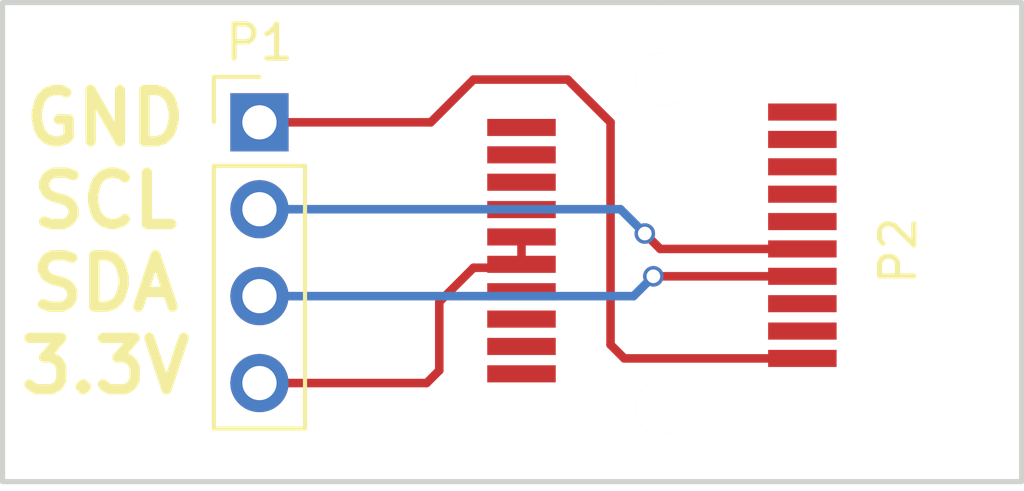
<source format=kicad_pcb>
(kicad_pcb (version 4) (host pcbnew 4.0.2-stable)

  (general
    (links 5)
    (no_connects 0)
    (area 127.674999 98.924999 157.575001 113.075001)
    (thickness 1.6)
    (drawings 10)
    (tracks 23)
    (zones 0)
    (modules 2)
    (nets 20)
  )

  (page A4)
  (layers
    (0 F.Cu signal)
    (31 B.Cu signal)
    (32 B.Adhes user)
    (33 F.Adhes user)
    (34 B.Paste user)
    (35 F.Paste user)
    (36 B.SilkS user)
    (37 F.SilkS user)
    (38 B.Mask user)
    (39 F.Mask user)
    (40 Dwgs.User user)
    (41 Cmts.User user)
    (42 Eco1.User user)
    (43 Eco2.User user)
    (44 Edge.Cuts user)
    (45 Margin user)
    (46 B.CrtYd user)
    (47 F.CrtYd user)
    (48 B.Fab user)
    (49 F.Fab user)
  )

  (setup
    (last_trace_width 0.25)
    (trace_clearance 0.2)
    (zone_clearance 0.508)
    (zone_45_only no)
    (trace_min 0.2)
    (segment_width 0.2)
    (edge_width 0.15)
    (via_size 0.6)
    (via_drill 0.4)
    (via_min_size 0.4)
    (via_min_drill 0.3)
    (uvia_size 0.3)
    (uvia_drill 0.1)
    (uvias_allowed no)
    (uvia_min_size 0.2)
    (uvia_min_drill 0.1)
    (pcb_text_width 0.3)
    (pcb_text_size 1.5 1.5)
    (mod_edge_width 0.15)
    (mod_text_size 1 1)
    (mod_text_width 0.15)
    (pad_size 1.524 1.524)
    (pad_drill 0.762)
    (pad_to_mask_clearance 0.2)
    (aux_axis_origin 0 0)
    (visible_elements FFFFFF7F)
    (pcbplotparams
      (layerselection 0x00030_80000001)
      (usegerberextensions false)
      (excludeedgelayer true)
      (linewidth 0.100000)
      (plotframeref false)
      (viasonmask false)
      (mode 1)
      (useauxorigin false)
      (hpglpennumber 1)
      (hpglpenspeed 20)
      (hpglpendiameter 15)
      (hpglpenoverlay 2)
      (psnegative false)
      (psa4output false)
      (plotreference true)
      (plotvalue true)
      (plotinvisibletext false)
      (padsonsilk false)
      (subtractmaskfromsilk false)
      (outputformat 1)
      (mirror false)
      (drillshape 1)
      (scaleselection 1)
      (outputdirectory ""))
  )

  (net 0 "")
  (net 1 GND)
  (net 2 SCL)
  (net 3 SDA)
  (net 4 3.3v)
  (net 5 "Net-(P2-Pad20)")
  (net 6 "Net-(P2-Pad19)")
  (net 7 "Net-(P2-Pad18)")
  (net 8 "Net-(P2-Pad17)")
  (net 9 "Net-(P2-Pad14)")
  (net 10 "Net-(P2-Pad13)")
  (net 11 "Net-(P2-Pad12)")
  (net 12 "Net-(P2-Pad11)")
  (net 13 "Net-(P2-Pad2)")
  (net 14 "Net-(P2-Pad3)")
  (net 15 "Net-(P2-Pad6)")
  (net 16 "Net-(P2-Pad7)")
  (net 17 "Net-(P2-Pad8)")
  (net 18 "Net-(P2-Pad9)")
  (net 19 "Net-(P2-Pad10)")

  (net_class Default "This is the default net class."
    (clearance 0.2)
    (trace_width 0.25)
    (via_dia 0.6)
    (via_drill 0.4)
    (uvia_dia 0.3)
    (uvia_drill 0.1)
    (add_net 3.3v)
    (add_net GND)
    (add_net "Net-(P2-Pad10)")
    (add_net "Net-(P2-Pad11)")
    (add_net "Net-(P2-Pad12)")
    (add_net "Net-(P2-Pad13)")
    (add_net "Net-(P2-Pad14)")
    (add_net "Net-(P2-Pad17)")
    (add_net "Net-(P2-Pad18)")
    (add_net "Net-(P2-Pad19)")
    (add_net "Net-(P2-Pad2)")
    (add_net "Net-(P2-Pad20)")
    (add_net "Net-(P2-Pad3)")
    (add_net "Net-(P2-Pad6)")
    (add_net "Net-(P2-Pad7)")
    (add_net "Net-(P2-Pad8)")
    (add_net "Net-(P2-Pad9)")
    (add_net SCL)
    (add_net SDA)
  )

  (module Pin_Headers:Pin_Header_Straight_1x04_Pitch2.54mm (layer F.Cu) (tedit 59650532) (tstamp 5A504444)
    (at 135.25 102.5)
    (descr "Through hole straight pin header, 1x04, 2.54mm pitch, single row")
    (tags "Through hole pin header THT 1x04 2.54mm single row")
    (path /5A5042A5)
    (fp_text reference P1 (at 0 -2.33) (layer F.SilkS)
      (effects (font (size 1 1) (thickness 0.15)))
    )
    (fp_text value CONN_01X04 (at 0 9.95) (layer F.Fab)
      (effects (font (size 1 1) (thickness 0.15)))
    )
    (fp_line (start -0.635 -1.27) (end 1.27 -1.27) (layer F.Fab) (width 0.1))
    (fp_line (start 1.27 -1.27) (end 1.27 8.89) (layer F.Fab) (width 0.1))
    (fp_line (start 1.27 8.89) (end -1.27 8.89) (layer F.Fab) (width 0.1))
    (fp_line (start -1.27 8.89) (end -1.27 -0.635) (layer F.Fab) (width 0.1))
    (fp_line (start -1.27 -0.635) (end -0.635 -1.27) (layer F.Fab) (width 0.1))
    (fp_line (start -1.33 8.95) (end 1.33 8.95) (layer F.SilkS) (width 0.12))
    (fp_line (start -1.33 1.27) (end -1.33 8.95) (layer F.SilkS) (width 0.12))
    (fp_line (start 1.33 1.27) (end 1.33 8.95) (layer F.SilkS) (width 0.12))
    (fp_line (start -1.33 1.27) (end 1.33 1.27) (layer F.SilkS) (width 0.12))
    (fp_line (start -1.33 0) (end -1.33 -1.33) (layer F.SilkS) (width 0.12))
    (fp_line (start -1.33 -1.33) (end 0 -1.33) (layer F.SilkS) (width 0.12))
    (fp_line (start -1.8 -1.8) (end -1.8 9.4) (layer F.CrtYd) (width 0.05))
    (fp_line (start -1.8 9.4) (end 1.8 9.4) (layer F.CrtYd) (width 0.05))
    (fp_line (start 1.8 9.4) (end 1.8 -1.8) (layer F.CrtYd) (width 0.05))
    (fp_line (start 1.8 -1.8) (end -1.8 -1.8) (layer F.CrtYd) (width 0.05))
    (fp_text user %R (at 0 3.81 90) (layer F.Fab)
      (effects (font (size 1 1) (thickness 0.15)))
    )
    (pad 1 thru_hole rect (at 0 0) (size 1.7 1.7) (drill 1) (layers *.Cu *.Mask)
      (net 1 GND))
    (pad 2 thru_hole oval (at 0 2.54) (size 1.7 1.7) (drill 1) (layers *.Cu *.Mask)
      (net 2 SCL))
    (pad 3 thru_hole oval (at 0 5.08) (size 1.7 1.7) (drill 1) (layers *.Cu *.Mask)
      (net 3 SDA))
    (pad 4 thru_hole oval (at 0 7.62) (size 1.7 1.7) (drill 1) (layers *.Cu *.Mask)
      (net 4 3.3v))
    (model ${KISYS3DMOD}/Pin_Headers.3dshapes/Pin_Header_Straight_1x04_Pitch2.54mm.wrl
      (at (xyz 0 0 0))
      (scale (xyz 1 1 1))
      (rotate (xyz 0 0 0))
    )
  )

  (module "custom libary:sfp+" (layer F.Cu) (tedit 5A502028) (tstamp 5A50445E)
    (at 147 106.25 90)
    (descr "sfp output")
    (path /5A5041CD)
    (fp_text reference P2 (at 0 6.9 90) (layer F.SilkS)
      (effects (font (size 1 1) (thickness 0.15)))
    )
    (fp_text value CONN_01X20 (at 0 -8 90) (layer F.Fab)
      (effects (font (size 1 1) (thickness 0.15)))
    )
    (pad 20 smd rect (at -3.6 -4.1 90) (size 0.5 2) (layers F.Cu F.Paste F.Mask)
      (net 5 "Net-(P2-Pad20)"))
    (pad 19 smd rect (at -2.8 -4.1 90) (size 0.5 2) (layers F.Cu F.Paste F.Mask)
      (net 6 "Net-(P2-Pad19)"))
    (pad 18 smd rect (at -2 -4.1 90) (size 0.5 2) (layers F.Cu F.Paste F.Mask)
      (net 7 "Net-(P2-Pad18)"))
    (pad 17 smd rect (at -1.2 -4.1 90) (size 0.5 2) (layers F.Cu F.Paste F.Mask)
      (net 8 "Net-(P2-Pad17)"))
    (pad 16 smd rect (at -0.4 -4.1 90) (size 0.5 2) (layers F.Cu F.Paste F.Mask)
      (net 4 3.3v))
    (pad 15 smd rect (at 0.4 -4.1 90) (size 0.5 2) (layers F.Cu F.Paste F.Mask)
      (net 4 3.3v))
    (pad 14 smd rect (at 1.2 -4.1 90) (size 0.5 2) (layers F.Cu F.Paste F.Mask)
      (net 9 "Net-(P2-Pad14)"))
    (pad 13 smd rect (at 2 -4.1 90) (size 0.5 2) (layers F.Cu F.Paste F.Mask)
      (net 10 "Net-(P2-Pad13)"))
    (pad 12 smd rect (at 2.8 -4.1 90) (size 0.5 2) (layers F.Cu F.Paste F.Mask)
      (net 11 "Net-(P2-Pad12)"))
    (pad 11 smd rect (at 3.6 -4.1 90) (size 0.5 2) (layers F.Cu F.Paste F.Mask)
      (net 12 "Net-(P2-Pad11)"))
    (pad 1 smd rect (at -3.15 4.1 90) (size 0.5 2) (layers F.Cu F.Paste F.Mask)
      (net 1 GND))
    (pad 2 smd rect (at -2.35 4.1 90) (size 0.5 2) (layers F.Cu F.Paste F.Mask)
      (net 13 "Net-(P2-Pad2)"))
    (pad 3 smd rect (at -1.55 4.1 90) (size 0.5 2) (layers F.Cu F.Paste F.Mask)
      (net 14 "Net-(P2-Pad3)"))
    (pad 4 smd rect (at -0.75 4.1 90) (size 0.5 2) (layers F.Cu F.Paste F.Mask)
      (net 3 SDA))
    (pad 5 smd rect (at 0.05 4.1 90) (size 0.5 2) (layers F.Cu F.Paste F.Mask)
      (net 2 SCL))
    (pad 6 smd rect (at 0.85 4.1 90) (size 0.5 2) (layers F.Cu F.Paste F.Mask)
      (net 15 "Net-(P2-Pad6)"))
    (pad 7 smd rect (at 1.65 4.1 90) (size 0.5 2) (layers F.Cu F.Paste F.Mask)
      (net 16 "Net-(P2-Pad7)"))
    (pad 8 smd rect (at 2.45 4.1 90) (size 0.5 2) (layers F.Cu F.Paste F.Mask)
      (net 17 "Net-(P2-Pad8)"))
    (pad 9 smd rect (at 3.25 4.1 90) (size 0.5 2) (layers F.Cu F.Paste F.Mask)
      (net 18 "Net-(P2-Pad9)"))
    (pad "" np_thru_hole circle (at -4.6 0 90) (size 1.55 1.55) (drill 1.55) (layers *.Cu *.Mask F.SilkS))
    (pad "" np_thru_hole circle (at 5 0 90) (size 1.55 1.55) (drill 1.55) (layers *.Cu *.Mask F.SilkS))
    (pad 10 smd rect (at 4.05 4.1 90) (size 0.5 2) (layers F.Cu F.Paste F.Mask)
      (net 19 "Net-(P2-Pad10)"))
  )

  (gr_line (start 127.75 113) (end 127.75 112.75) (angle 90) (layer Edge.Cuts) (width 0.15))
  (gr_line (start 133.5 113) (end 127.75 113) (angle 90) (layer Edge.Cuts) (width 0.15))
  (gr_line (start 127.75 99) (end 133.5 99) (angle 90) (layer Edge.Cuts) (width 0.15))
  (gr_line (start 127.75 112.75) (end 127.75 99) (angle 90) (layer Edge.Cuts) (width 0.15))
  (gr_text "GND\nSCL\nSDA\n3.3V" (at 130.75 106) (layer F.SilkS)
    (effects (font (size 1.5 1.5) (thickness 0.3)))
  )
  (gr_line (start 157.5 99) (end 157.5 113) (angle 90) (layer Edge.Cuts) (width 0.15))
  (gr_line (start 147 113) (end 133.5 113) (angle 90) (layer Edge.Cuts) (width 0.15))
  (gr_line (start 147 113) (end 157.5 113) (angle 90) (layer Edge.Cuts) (width 0.15))
  (gr_line (start 147 99) (end 157.5 99) (angle 90) (layer Edge.Cuts) (width 0.15))
  (gr_line (start 147 99) (end 133.5 99) (angle 90) (layer Edge.Cuts) (width 0.15))

  (segment (start 135.25 102.5) (end 140.25 102.5) (width 0.25) (layer F.Cu) (net 1) (status 400000))
  (segment (start 145.9 109.4) (end 151.1 109.4) (width 0.25) (layer F.Cu) (net 1) (tstamp 5A504D8A) (status 800000))
  (segment (start 145.5 109) (end 145.9 109.4) (width 0.25) (layer F.Cu) (net 1) (tstamp 5A504D89))
  (segment (start 145.5 102.5) (end 145.5 109) (width 0.25) (layer F.Cu) (net 1) (tstamp 5A504D87))
  (segment (start 144.25 101.25) (end 145.5 102.5) (width 0.25) (layer F.Cu) (net 1) (tstamp 5A504D85))
  (segment (start 141.5 101.25) (end 144.25 101.25) (width 0.25) (layer F.Cu) (net 1) (tstamp 5A504D83))
  (segment (start 140.25 102.5) (end 141.5 101.25) (width 0.25) (layer F.Cu) (net 1) (tstamp 5A504D80))
  (segment (start 151.1 106.2) (end 146.95 106.2) (width 0.25) (layer F.Cu) (net 2) (status 400000))
  (segment (start 145.79 105.04) (end 135.25 105.04) (width 0.25) (layer B.Cu) (net 2) (tstamp 5A504DAC) (status 800000))
  (segment (start 146.5 105.75) (end 145.79 105.04) (width 0.25) (layer B.Cu) (net 2) (tstamp 5A504DAB))
  (via (at 146.5 105.75) (size 0.6) (drill 0.4) (layers F.Cu B.Cu) (net 2))
  (segment (start 146.95 106.2) (end 146.5 105.75) (width 0.25) (layer F.Cu) (net 2) (tstamp 5A504DA9))
  (segment (start 151.1 107) (end 146.75 107) (width 0.25) (layer F.Cu) (net 3) (status 400000))
  (segment (start 146.17 107.58) (end 135.25 107.58) (width 0.25) (layer B.Cu) (net 3) (tstamp 5A504DA1) (status 800000))
  (segment (start 146.75 107) (end 146.17 107.58) (width 0.25) (layer B.Cu) (net 3) (tstamp 5A504DA0))
  (via (at 146.75 107) (size 0.6) (drill 0.4) (layers F.Cu B.Cu) (net 3))
  (segment (start 142.9 105.85) (end 142.9 106.65) (width 0.25) (layer F.Cu) (net 4) (status C00000))
  (segment (start 142.9 106.65) (end 142.8 106.75) (width 0.25) (layer F.Cu) (net 4) (tstamp 5A504D8F) (status C00000))
  (segment (start 142.8 106.75) (end 141.5 106.75) (width 0.25) (layer F.Cu) (net 4) (tstamp 5A504D91) (status 400000))
  (segment (start 141.5 106.75) (end 140.5 107.75) (width 0.25) (layer F.Cu) (net 4) (tstamp 5A504D93))
  (segment (start 140.5 107.75) (end 140.5 109.75) (width 0.25) (layer F.Cu) (net 4) (tstamp 5A504D95))
  (segment (start 140.5 109.75) (end 140.13 110.12) (width 0.25) (layer F.Cu) (net 4) (tstamp 5A504D97))
  (segment (start 140.13 110.12) (end 135.25 110.12) (width 0.25) (layer F.Cu) (net 4) (tstamp 5A504D98) (status 800000))

)

</source>
